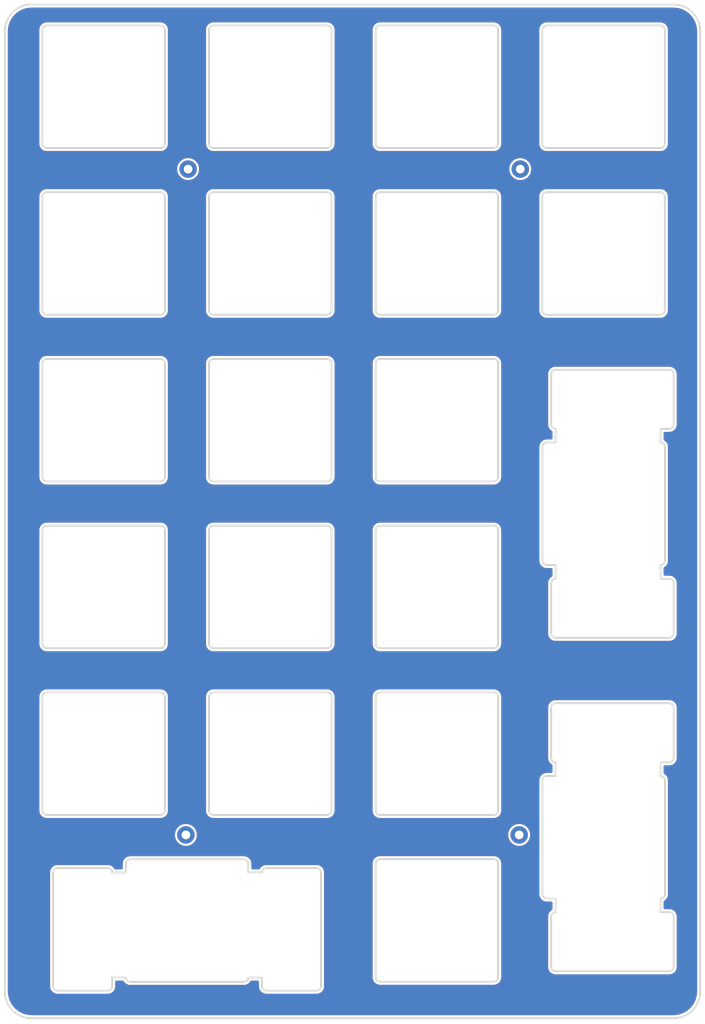
<source format=kicad_pcb>
(kicad_pcb (version 20171130) (host pcbnew "(5.1.6)-1")
  (layers (0 F.Cu signal) (31 B.Cu signal) (34 B.Paste user) (35 F.Paste user) (36 B.SilkS user) (37 F.SilkS user) (38 B.Mask user) (39 F.Mask user) (44 Edge.Cuts user))
  (net 0 "")
  (module custom_parts:screw_hole2 (layer F.Cu) (at 71.628 139.827)
    (fp_text reference REF**)
    (fp_text value screw_hole2)
    (pad 1 thru_hole circle (at 0 0) (size 2 2) (drill 1) (layers *.Cu *.Mask))
  )
  (module custom_parts:screw_hole2 (layer F.Cu) (at 109.728 139.827)
    (fp_text reference REF**)
    (fp_text value screw_hole2)
    (pad 1 thru_hole circle (at 0 0) (size 2 2) (drill 1) (layers *.Cu *.Mask))
  )
  (module custom_parts:screw_hole2 (layer F.Cu) (at 109.855 63.754)
    (fp_text reference REF**)
    (fp_text value screw_hole2)
    (pad 1 thru_hole circle (at 0 0) (size 2 2) (drill 1) (layers *.Cu *.Mask))
  )
  (module custom_parts:screw_hole2 (layer F.Cu) (at 71.882 63.754)
    (fp_text reference REF**)
    (fp_text value screw_hole2)
    (pad 1 thru_hole circle (at 0 0) (size 2 2) (drill 1) (layers *.Cu *.Mask))
  )
  (gr_line (start 56.451919 144.11884) (end 56.451919 157.11884) (layer Edge.Cuts) (width 0.2))
  (gr_arc (start 56.951919 144.11884) (end 56.951919 143.61884) (angle -90) (layer Edge.Cuts) (width 0.2))
  (gr_arc (start 56.951919 157.11884) (end 56.451919 157.11884) (angle -90) (layer Edge.Cuts) (width 0.2))
  (gr_line (start 87.07792 144.11884) (end 87.07792 157.11884) (layer Edge.Cuts) (width 0.2))
  (gr_line (start 56.951919 157.61884) (end 62.70244 157.61884) (layer Edge.Cuts) (width 0.2))
  (gr_arc (start 80.82792 144.11884) (end 80.82792 143.61884) (angle -90) (layer Edge.Cuts) (width 0.2))
  (gr_line (start 80.82792 157.61884) (end 86.57792 157.61884) (layer Edge.Cuts) (width 0.2))
  (gr_line (start 80.82792 143.61884) (end 86.57792 143.61884) (layer Edge.Cuts) (width 0.2))
  (gr_arc (start 86.57792 144.11884) (end 87.07792 144.11884) (angle -90) (layer Edge.Cuts) (width 0.2))
  (gr_arc (start 62.70192 144.11884) (end 63.20192 144.11884) (angle -90) (layer Edge.Cuts) (width 0.2))
  (gr_arc (start 80.82792 157.11884) (end 80.32792 157.11884) (angle -90) (layer Edge.Cuts) (width 0.2))
  (gr_arc (start 62.70192 157.11884) (end 62.70192 157.61884) (angle -90) (layer Edge.Cuts) (width 0.2))
  (gr_line (start 56.951919 143.61884) (end 62.70192 143.61884) (layer Edge.Cuts) (width 0.2))
  (gr_arc (start 86.57792 157.11884) (end 86.57792 157.61884) (angle -90) (layer Edge.Cuts) (width 0.2))
  (gr_arc (start 65.26248 143.11592) (end 65.26248 142.61592) (angle -90) (layer Edge.Cuts) (width 0.2))
  (gr_line (start 64.75984 144.1196) (end 64.76248 143.11592) (layer Edge.Cuts) (width 0.2))
  (gr_line (start 63.20192 144.11884) (end 64.75984 144.1196) (layer Edge.Cuts) (width 0.2))
  (gr_line (start 78.26248 142.61592) (end 65.26248 142.61592) (layer Edge.Cuts) (width 0.2))
  (gr_line (start 80.32792 144.11884) (end 78.76032 144.11452) (layer Edge.Cuts) (width 0.2))
  (gr_line (start 78.26248 156.61592) (end 65.26248 156.61592) (layer Edge.Cuts) (width 0.2))
  (gr_line (start 80.32496 156.11856) (end 80.32792 157.11884) (layer Edge.Cuts) (width 0.2))
  (gr_line (start 78.76248 156.11592) (end 80.32496 156.11856) (layer Edge.Cuts) (width 0.2))
  (gr_arc (start 78.26248 156.11592) (end 78.26248 156.61592) (angle -90) (layer Edge.Cuts) (width 0.2))
  (gr_arc (start 78.26248 143.11592) (end 78.76248 143.11592) (angle -90) (layer Edge.Cuts) (width 0.2))
  (gr_line (start 78.76248 143.11592) (end 78.76032 144.11452) (layer Edge.Cuts) (width 0.2))
  (gr_line (start 63.20028 156.11856) (end 63.20192 157.11884) (layer Edge.Cuts) (width 0.2))
  (gr_line (start 64.76248 156.11592) (end 63.20028 156.11856) (layer Edge.Cuts) (width 0.2))
  (gr_arc (start 65.26248 156.11592) (end 64.76248 156.11592) (angle -90) (layer Edge.Cuts) (width 0.2))
  (gr_line (start 113.8936 147.09648) (end 112.88992 147.09384) (layer Edge.Cuts) (width 0.2))
  (gr_line (start 125.89256 148.65604) (end 126.88992 148.656839) (layer Edge.Cuts) (width 0.2))
  (gr_line (start 125.88992 147.09384) (end 125.89256 148.65604) (layer Edge.Cuts) (width 0.2))
  (gr_line (start 113.88992 148.65684) (end 113.8936 147.09648) (layer Edge.Cuts) (width 0.2))
  (gr_line (start 113.88992 131.53084) (end 113.88852 133.096) (layer Edge.Cuts) (width 0.2))
  (gr_line (start 125.88992 133.09384) (end 125.89256 131.53136) (layer Edge.Cuts) (width 0.2))
  (gr_line (start 112.88992 133.09384) (end 113.88852 133.096) (layer Edge.Cuts) (width 0.2))
  (gr_line (start 125.89256 131.53136) (end 126.88992 131.530839) (layer Edge.Cuts) (width 0.2))
  (gr_line (start 112.38992 133.59384) (end 112.38992 146.59384) (layer Edge.Cuts) (width 0.2))
  (gr_arc (start 125.88992 146.59384) (end 125.88992 147.09384) (angle -90) (layer Edge.Cuts) (width 0.2))
  (gr_arc (start 112.88992 146.59384) (end 112.38992 146.59384) (angle -90) (layer Edge.Cuts) (width 0.2))
  (gr_arc (start 112.88992 133.59384) (end 112.88992 133.09384) (angle -90) (layer Edge.Cuts) (width 0.2))
  (gr_line (start 126.38992 133.59384) (end 126.38992 146.59384) (layer Edge.Cuts) (width 0.2))
  (gr_arc (start 125.88992 133.59384) (end 126.38992 133.59384) (angle -90) (layer Edge.Cuts) (width 0.2))
  (gr_line (start 125.89256 110.55604) (end 126.88992 110.556839) (layer Edge.Cuts) (width 0.2))
  (gr_line (start 125.88992 108.99384) (end 125.89256 110.55604) (layer Edge.Cuts) (width 0.2))
  (gr_line (start 113.8936 108.99648) (end 112.88992 108.99384) (layer Edge.Cuts) (width 0.2))
  (gr_line (start 113.88992 110.556839) (end 113.8936 108.99648) (layer Edge.Cuts) (width 0.2))
  (gr_line (start 125.89256 93.43136) (end 126.88992 93.430839) (layer Edge.Cuts) (width 0.2))
  (gr_line (start 125.88992 94.99384) (end 125.89256 93.43136) (layer Edge.Cuts) (width 0.2))
  (gr_line (start 112.88992 94.99384) (end 113.88852 94.996) (layer Edge.Cuts) (width 0.2))
  (gr_line (start 113.88992 93.430839) (end 113.88852 94.996) (layer Edge.Cuts) (width 0.2))
  (gr_arc (start 126.88992 154.90684) (end 126.88992 155.40684) (angle -90) (layer Edge.Cuts) (width 0.2))
  (gr_arc (start 113.88992 154.90684) (end 113.38992 154.90684) (angle -90) (layer Edge.Cuts) (width 0.2))
  (gr_line (start 113.88992 155.40684) (end 126.88992 155.40684) (layer Edge.Cuts) (width 0.2))
  (gr_arc (start 113.88992 149.15684) (end 113.88992 148.65684) (angle -90) (layer Edge.Cuts) (width 0.2))
  (gr_line (start 127.38992 154.90684) (end 127.38992 149.15684) (layer Edge.Cuts) (width 0.2))
  (gr_line (start 113.38992 154.90684) (end 113.38992 149.15684) (layer Edge.Cuts) (width 0.2))
  (gr_arc (start 126.88992 125.28084) (end 127.38992 125.28084) (angle -90) (layer Edge.Cuts) (width 0.2))
  (gr_arc (start 126.88992 149.15684) (end 127.38992 149.15684) (angle -90) (layer Edge.Cuts) (width 0.2))
  (gr_arc (start 126.88992 131.03084) (end 126.88992 131.53084) (angle -90) (layer Edge.Cuts) (width 0.2))
  (gr_arc (start 113.88992 125.28084) (end 113.88992 124.78084) (angle -90) (layer Edge.Cuts) (width 0.2))
  (gr_arc (start 113.88992 131.03084) (end 113.38992 131.03084) (angle -90) (layer Edge.Cuts) (width 0.2))
  (gr_line (start 113.88992 124.78084) (end 126.88992 124.78084) (layer Edge.Cuts) (width 0.2))
  (gr_line (start 127.38992 131.03084) (end 127.38992 125.28084) (layer Edge.Cuts) (width 0.2))
  (gr_line (start 113.38992 131.03084) (end 113.38992 125.28084) (layer Edge.Cuts) (width 0.2))
  (gr_arc (start 112.88992 95.49384) (end 112.88992 94.99384) (angle -90) (layer Edge.Cuts) (width 0.2))
  (gr_line (start 126.38992 95.49384) (end 126.38992 108.49384) (layer Edge.Cuts) (width 0.2))
  (gr_arc (start 112.88992 108.49384) (end 112.38992 108.49384) (angle -90) (layer Edge.Cuts) (width 0.2))
  (gr_line (start 113.88992 117.30684) (end 126.88992 117.30684) (layer Edge.Cuts) (width 0.2))
  (gr_arc (start 113.88992 92.930839) (end 113.38992 92.930839) (angle -90) (layer Edge.Cuts) (width 0.2))
  (gr_line (start 127.38992 116.80684) (end 127.38992 111.056839) (layer Edge.Cuts) (width 0.2))
  (gr_arc (start 113.88992 87.180839) (end 113.88992 86.680839) (angle -90) (layer Edge.Cuts) (width 0.2))
  (gr_line (start 127.38992 92.930839) (end 127.38992 87.180839) (layer Edge.Cuts) (width 0.2))
  (gr_line (start 113.88992 86.680839) (end 126.88992 86.680839) (layer Edge.Cuts) (width 0.2))
  (gr_line (start 113.38992 92.930839) (end 113.38992 87.180839) (layer Edge.Cuts) (width 0.2))
  (gr_arc (start 125.88992 95.49384) (end 126.38992 95.49384) (angle -90) (layer Edge.Cuts) (width 0.2))
  (gr_line (start 113.38992 116.80684) (end 113.38992 111.056839) (layer Edge.Cuts) (width 0.2))
  (gr_arc (start 125.88992 108.49384) (end 125.88992 108.99384) (angle -90) (layer Edge.Cuts) (width 0.2))
  (gr_arc (start 126.88992 92.930839) (end 126.88992 93.430839) (angle -90) (layer Edge.Cuts) (width 0.2))
  (gr_arc (start 126.88992 111.056839) (end 127.38992 111.056839) (angle -90) (layer Edge.Cuts) (width 0.2))
  (gr_arc (start 126.88992 116.80684) (end 126.88992 117.30684) (angle -90) (layer Edge.Cuts) (width 0.2))
  (gr_arc (start 113.88992 111.056839) (end 113.88992 110.556839) (angle -90) (layer Edge.Cuts) (width 0.2))
  (gr_line (start 112.38992 95.49384) (end 112.38992 108.49384) (layer Edge.Cuts) (width 0.2))
  (gr_arc (start 113.88992 116.80684) (end 113.38992 116.80684) (angle -90) (layer Edge.Cuts) (width 0.2))
  (gr_arc (start 126.88992 87.180839) (end 127.38992 87.180839) (angle -90) (layer Edge.Cuts) (width 0.2))
  (gr_line (start 50.92192 47.99584) (end 50.92192 157.72384) (layer Edge.Cuts) (width 0.2))
  (gr_arc (start 106.82492 85.94584) (end 107.32492 85.94584) (angle -90) (layer Edge.Cuts) (width 0.2))
  (gr_line (start 93.82492 85.44584) (end 106.82492 85.44584) (layer Edge.Cuts) (width 0.2))
  (gr_line (start 107.32492 85.94584) (end 107.32492 98.94584) (layer Edge.Cuts) (width 0.2))
  (gr_arc (start 93.82492 98.94584) (end 93.32492 98.94584) (angle -90) (layer Edge.Cuts) (width 0.2))
  (gr_arc (start 87.77492 85.94584) (end 88.27492 85.94584) (angle -90) (layer Edge.Cuts) (width 0.2))
  (gr_line (start 74.77492 99.44584) (end 87.77492 99.44584) (layer Edge.Cuts) (width 0.2))
  (gr_arc (start 93.82492 85.94584) (end 93.82492 85.44584) (angle -90) (layer Edge.Cuts) (width 0.2))
  (gr_arc (start 74.77492 85.94584) (end 74.77492 85.44584) (angle -90) (layer Edge.Cuts) (width 0.2))
  (gr_line (start 93.32492 85.94584) (end 93.32492 98.94584) (layer Edge.Cuts) (width 0.2))
  (gr_line (start 93.82492 99.44584) (end 106.82492 99.44584) (layer Edge.Cuts) (width 0.2))
  (gr_arc (start 87.77492 98.94584) (end 87.77492 99.44584) (angle -90) (layer Edge.Cuts) (width 0.2))
  (gr_line (start 88.27492 85.94584) (end 88.27492 98.94584) (layer Edge.Cuts) (width 0.2))
  (gr_arc (start 55.72492 98.94584) (end 55.22492 98.94584) (angle -90) (layer Edge.Cuts) (width 0.2))
  (gr_line (start 55.22492 85.94584) (end 55.22492 98.94584) (layer Edge.Cuts) (width 0.2))
  (gr_line (start 55.72492 85.44584) (end 68.724919 85.44584) (layer Edge.Cuts) (width 0.2))
  (gr_line (start 55.72492 99.44584) (end 68.724919 99.44584) (layer Edge.Cuts) (width 0.2))
  (gr_line (start 69.224919 85.94584) (end 69.224919 98.94584) (layer Edge.Cuts) (width 0.2))
  (gr_arc (start 74.77492 98.94584) (end 74.27492 98.94584) (angle -90) (layer Edge.Cuts) (width 0.2))
  (gr_arc (start 68.724919 98.94584) (end 68.724919 99.44584) (angle -90) (layer Edge.Cuts) (width 0.2))
  (gr_line (start 74.27492 85.94584) (end 74.27492 98.94584) (layer Edge.Cuts) (width 0.2))
  (gr_line (start 74.77492 85.44584) (end 87.77492 85.44584) (layer Edge.Cuts) (width 0.2))
  (gr_arc (start 55.72492 85.94584) (end 55.72492 85.44584) (angle -90) (layer Edge.Cuts) (width 0.2))
  (gr_arc (start 68.724919 85.94584) (end 69.224919 85.94584) (angle -90) (layer Edge.Cuts) (width 0.2))
  (gr_arc (start 87.77492 117.99584) (end 87.77492 118.49584) (angle -90) (layer Edge.Cuts) (width 0.2))
  (gr_line (start 88.27492 104.99584) (end 88.27492 117.99584) (layer Edge.Cuts) (width 0.2))
  (gr_line (start 74.77492 118.49584) (end 87.77492 118.49584) (layer Edge.Cuts) (width 0.2))
  (gr_arc (start 55.72492 104.99584) (end 55.72492 104.49584) (angle -90) (layer Edge.Cuts) (width 0.2))
  (gr_arc (start 68.724919 117.99584) (end 68.724919 118.49584) (angle -90) (layer Edge.Cuts) (width 0.2))
  (gr_line (start 55.72492 104.49584) (end 68.724919 104.49584) (layer Edge.Cuts) (width 0.2))
  (gr_arc (start 87.77492 104.99584) (end 88.27492 104.99584) (angle -90) (layer Edge.Cuts) (width 0.2))
  (gr_line (start 55.22492 104.99584) (end 55.22492 117.99584) (layer Edge.Cuts) (width 0.2))
  (gr_arc (start 93.82492 104.99584) (end 93.82492 104.49584) (angle -90) (layer Edge.Cuts) (width 0.2))
  (gr_line (start 107.32492 104.99584) (end 107.32492 117.99584) (layer Edge.Cuts) (width 0.2))
  (gr_line (start 55.72492 118.49584) (end 68.724919 118.49584) (layer Edge.Cuts) (width 0.2))
  (gr_line (start 93.32492 104.99584) (end 93.32492 117.99584) (layer Edge.Cuts) (width 0.2))
  (gr_line (start 93.82492 118.49584) (end 106.82492 118.49584) (layer Edge.Cuts) (width 0.2))
  (gr_arc (start 74.77492 104.99584) (end 74.77492 104.49584) (angle -90) (layer Edge.Cuts) (width 0.2))
  (gr_arc (start 55.72492 117.99584) (end 55.22492 117.99584) (angle -90) (layer Edge.Cuts) (width 0.2))
  (gr_arc (start 74.77492 117.99584) (end 74.27492 117.99584) (angle -90) (layer Edge.Cuts) (width 0.2))
  (gr_line (start 69.224919 104.99584) (end 69.224919 117.99584) (layer Edge.Cuts) (width 0.2))
  (gr_line (start 74.27492 104.99584) (end 74.27492 117.99584) (layer Edge.Cuts) (width 0.2))
  (gr_line (start 74.77492 104.49584) (end 87.77492 104.49584) (layer Edge.Cuts) (width 0.2))
  (gr_arc (start 68.724919 104.99584) (end 69.224919 104.99584) (angle -90) (layer Edge.Cuts) (width 0.2))
  (gr_line (start 93.82492 104.49584) (end 106.82492 104.49584) (layer Edge.Cuts) (width 0.2))
  (gr_arc (start 106.82492 137.04584) (end 106.82492 137.54584) (angle -90) (layer Edge.Cuts) (width 0.2))
  (gr_arc (start 106.82492 124.04584) (end 107.32492 124.04584) (angle -90) (layer Edge.Cuts) (width 0.2))
  (gr_arc (start 93.82492 137.04584) (end 93.32492 137.04584) (angle -90) (layer Edge.Cuts) (width 0.2))
  (gr_arc (start 93.82492 124.04584) (end 93.82492 123.54584) (angle -90) (layer Edge.Cuts) (width 0.2))
  (gr_line (start 88.27492 124.04584) (end 88.27492 137.04584) (layer Edge.Cuts) (width 0.2))
  (gr_line (start 74.77492 137.54584) (end 87.77492 137.54584) (layer Edge.Cuts) (width 0.2))
  (gr_line (start 55.72492 137.54584) (end 68.724919 137.54584) (layer Edge.Cuts) (width 0.2))
  (gr_arc (start 106.82492 104.99584) (end 107.32492 104.99584) (angle -90) (layer Edge.Cuts) (width 0.2))
  (gr_line (start 93.82492 123.54584) (end 106.82492 123.54584) (layer Edge.Cuts) (width 0.2))
  (gr_arc (start 68.724919 137.04584) (end 68.724919 137.54584) (angle -90) (layer Edge.Cuts) (width 0.2))
  (gr_arc (start 74.77492 137.04584) (end 74.27492 137.04584) (angle -90) (layer Edge.Cuts) (width 0.2))
  (gr_arc (start 87.77492 124.04584) (end 88.27492 124.04584) (angle -90) (layer Edge.Cuts) (width 0.2))
  (gr_arc (start 55.72492 124.04584) (end 55.72492 123.54584) (angle -90) (layer Edge.Cuts) (width 0.2))
  (gr_arc (start 68.724919 124.04584) (end 69.224919 124.04584) (angle -90) (layer Edge.Cuts) (width 0.2))
  (gr_line (start 55.22492 124.04584) (end 55.22492 137.04584) (layer Edge.Cuts) (width 0.2))
  (gr_line (start 55.72492 123.54584) (end 68.724919 123.54584) (layer Edge.Cuts) (width 0.2))
  (gr_arc (start 93.82492 117.99584) (end 93.32492 117.99584) (angle -90) (layer Edge.Cuts) (width 0.2))
  (gr_arc (start 106.82492 117.99584) (end 106.82492 118.49584) (angle -90) (layer Edge.Cuts) (width 0.2))
  (gr_line (start 74.77492 123.54584) (end 87.77492 123.54584) (layer Edge.Cuts) (width 0.2))
  (gr_line (start 107.32492 124.04584) (end 107.32492 137.04584) (layer Edge.Cuts) (width 0.2))
  (gr_line (start 93.82492 137.54584) (end 106.82492 137.54584) (layer Edge.Cuts) (width 0.2))
  (gr_line (start 93.32492 124.04584) (end 93.32492 137.04584) (layer Edge.Cuts) (width 0.2))
  (gr_line (start 74.27492 124.04584) (end 74.27492 137.04584) (layer Edge.Cuts) (width 0.2))
  (gr_arc (start 55.72492 137.04584) (end 55.22492 137.04584) (angle -90) (layer Edge.Cuts) (width 0.2))
  (gr_arc (start 87.77492 137.04584) (end 87.77492 137.54584) (angle -90) (layer Edge.Cuts) (width 0.2))
  (gr_line (start 69.224919 124.04584) (end 69.224919 137.04584) (layer Edge.Cuts) (width 0.2))
  (gr_arc (start 74.77492 124.04584) (end 74.77492 123.54584) (angle -90) (layer Edge.Cuts) (width 0.2))
  (gr_arc (start 106.82492 98.94584) (end 106.82492 99.44584) (angle -90) (layer Edge.Cuts) (width 0.2))
  (gr_line (start 55.22492 47.84584) (end 55.22492 60.845839) (layer Edge.Cuts) (width 0.2))
  (gr_line (start 88.27492 47.84584) (end 88.27492 60.845839) (layer Edge.Cuts) (width 0.2))
  (gr_line (start 55.72492 61.345839) (end 68.724919 61.345839) (layer Edge.Cuts) (width 0.2))
  (gr_arc (start 55.72492 47.84584) (end 55.72492 47.34584) (angle -90) (layer Edge.Cuts) (width 0.2))
  (gr_line (start 93.82492 61.345839) (end 106.82492 61.345839) (layer Edge.Cuts) (width 0.2))
  (gr_arc (start 87.77492 60.845839) (end 87.77492 61.345839) (angle -90) (layer Edge.Cuts) (width 0.2))
  (gr_arc (start 74.77492 60.845839) (end 74.27492 60.845839) (angle -90) (layer Edge.Cuts) (width 0.2))
  (gr_arc (start 87.77492 47.84584) (end 88.27492 47.84584) (angle -90) (layer Edge.Cuts) (width 0.2))
  (gr_line (start 69.224919 47.84584) (end 69.224919 60.845839) (layer Edge.Cuts) (width 0.2))
  (gr_arc (start 68.724919 60.845839) (end 68.724919 61.345839) (angle -90) (layer Edge.Cuts) (width 0.2))
  (gr_arc (start 74.77492 47.84584) (end 74.77492 47.34584) (angle -90) (layer Edge.Cuts) (width 0.2))
  (gr_line (start 74.27492 47.84584) (end 74.27492 60.845839) (layer Edge.Cuts) (width 0.2))
  (gr_line (start 55.72492 47.34584) (end 68.724919 47.34584) (layer Edge.Cuts) (width 0.2))
  (gr_arc (start 68.724919 47.84584) (end 69.224919 47.84584) (angle -90) (layer Edge.Cuts) (width 0.2))
  (gr_line (start 74.77492 61.345839) (end 87.77492 61.345839) (layer Edge.Cuts) (width 0.2))
  (gr_line (start 93.82492 47.34584) (end 106.82492 47.34584) (layer Edge.Cuts) (width 0.2))
  (gr_line (start 74.77492 47.34584) (end 87.77492 47.34584) (layer Edge.Cuts) (width 0.2))
  (gr_arc (start 55.72492 60.845839) (end 55.22492 60.845839) (angle -90) (layer Edge.Cuts) (width 0.2))
  (gr_arc (start 106.82492 66.89584) (end 107.32492 66.89584) (angle -90) (layer Edge.Cuts) (width 0.2))
  (gr_line (start 88.27492 66.89584) (end 88.27492 79.89584) (layer Edge.Cuts) (width 0.2))
  (gr_line (start 112.87492 66.39584) (end 125.87492 66.39584) (layer Edge.Cuts) (width 0.2))
  (gr_arc (start 93.82492 79.89584) (end 93.32492 79.89584) (angle -90) (layer Edge.Cuts) (width 0.2))
  (gr_arc (start 93.82492 66.89584) (end 93.82492 66.39584) (angle -90) (layer Edge.Cuts) (width 0.2))
  (gr_arc (start 74.77492 66.89584) (end 74.77492 66.39584) (angle -90) (layer Edge.Cuts) (width 0.2))
  (gr_line (start 107.32492 66.89584) (end 107.32492 79.89584) (layer Edge.Cuts) (width 0.2))
  (gr_line (start 74.27492 66.89584) (end 74.27492 79.89584) (layer Edge.Cuts) (width 0.2))
  (gr_arc (start 106.82492 79.89584) (end 106.82492 80.39584) (angle -90) (layer Edge.Cuts) (width 0.2))
  (gr_line (start 93.82492 80.39584) (end 106.82492 80.39584) (layer Edge.Cuts) (width 0.2))
  (gr_arc (start 112.87492 79.89584) (end 112.37492 79.89584) (angle -90) (layer Edge.Cuts) (width 0.2))
  (gr_arc (start 112.87492 66.89584) (end 112.87492 66.39584) (angle -90) (layer Edge.Cuts) (width 0.2))
  (gr_line (start 93.32492 66.89584) (end 93.32492 79.89584) (layer Edge.Cuts) (width 0.2))
  (gr_line (start 74.77492 80.39584) (end 87.77492 80.39584) (layer Edge.Cuts) (width 0.2))
  (gr_line (start 93.82492 66.39584) (end 106.82492 66.39584) (layer Edge.Cuts) (width 0.2))
  (gr_arc (start 87.77492 66.89584) (end 88.27492 66.89584) (angle -90) (layer Edge.Cuts) (width 0.2))
  (gr_arc (start 87.77492 79.89584) (end 87.77492 80.39584) (angle -90) (layer Edge.Cuts) (width 0.2))
  (gr_arc (start 125.87492 79.89584) (end 125.87492 80.39584) (angle -90) (layer Edge.Cuts) (width 0.2))
  (gr_arc (start 74.77492 79.89584) (end 74.27492 79.89584) (angle -90) (layer Edge.Cuts) (width 0.2))
  (gr_arc (start 125.87492 66.89584) (end 126.37492 66.89584) (angle -90) (layer Edge.Cuts) (width 0.2))
  (gr_line (start 126.37492 66.89584) (end 126.37492 79.89584) (layer Edge.Cuts) (width 0.2))
  (gr_line (start 112.37492 66.89584) (end 112.37492 79.89584) (layer Edge.Cuts) (width 0.2))
  (gr_line (start 112.87492 80.39584) (end 125.87492 80.39584) (layer Edge.Cuts) (width 0.2))
  (gr_line (start 69.224919 66.89584) (end 69.224919 79.89584) (layer Edge.Cuts) (width 0.2))
  (gr_arc (start 112.87492 60.845839) (end 112.37492 60.845839) (angle -90) (layer Edge.Cuts) (width 0.2))
  (gr_line (start 93.32492 47.84584) (end 93.32492 60.845839) (layer Edge.Cuts) (width 0.2))
  (gr_line (start 112.87492 61.345839) (end 125.87492 61.345839) (layer Edge.Cuts) (width 0.2))
  (gr_arc (start 55.72492 79.89584) (end 55.22492 79.89584) (angle -90) (layer Edge.Cuts) (width 0.2))
  (gr_arc (start 125.87492 47.84584) (end 126.37492 47.84584) (angle -90) (layer Edge.Cuts) (width 0.2))
  (gr_arc (start 106.82492 60.845839) (end 106.82492 61.345839) (angle -90) (layer Edge.Cuts) (width 0.2))
  (gr_line (start 55.22492 66.89584) (end 55.22492 79.89584) (layer Edge.Cuts) (width 0.2))
  (gr_arc (start 93.82492 60.845839) (end 93.32492 60.845839) (angle -90) (layer Edge.Cuts) (width 0.2))
  (gr_line (start 55.72492 80.39584) (end 68.724919 80.39584) (layer Edge.Cuts) (width 0.2))
  (gr_line (start 126.37492 47.84584) (end 126.37492 60.845839) (layer Edge.Cuts) (width 0.2))
  (gr_arc (start 106.82492 47.84584) (end 107.32492 47.84584) (angle -90) (layer Edge.Cuts) (width 0.2))
  (gr_line (start 55.72492 66.39584) (end 68.724919 66.39584) (layer Edge.Cuts) (width 0.2))
  (gr_arc (start 125.87492 60.845839) (end 125.87492 61.345839) (angle -90) (layer Edge.Cuts) (width 0.2))
  (gr_arc (start 112.87492 47.84584) (end 112.87492 47.34584) (angle -90) (layer Edge.Cuts) (width 0.2))
  (gr_line (start 107.32492 47.84584) (end 107.32492 60.845839) (layer Edge.Cuts) (width 0.2))
  (gr_line (start 74.77492 66.39584) (end 87.77492 66.39584) (layer Edge.Cuts) (width 0.2))
  (gr_line (start 112.37492 47.84584) (end 112.37492 60.845839) (layer Edge.Cuts) (width 0.2))
  (gr_arc (start 68.724919 79.89584) (end 68.724919 80.39584) (angle -90) (layer Edge.Cuts) (width 0.2))
  (gr_arc (start 68.724919 66.89584) (end 69.224919 66.89584) (angle -90) (layer Edge.Cuts) (width 0.2))
  (gr_arc (start 93.82492 47.84584) (end 93.82492 47.34584) (angle -90) (layer Edge.Cuts) (width 0.2))
  (gr_line (start 112.87492 47.34584) (end 125.87492 47.34584) (layer Edge.Cuts) (width 0.2))
  (gr_arc (start 55.72492 66.89584) (end 55.72492 66.39584) (angle -90) (layer Edge.Cuts) (width 0.2))
  (gr_arc (start 93.82492 156.09584) (end 93.32492 156.09584) (angle -90) (layer Edge.Cuts) (width 0.2))
  (gr_line (start 107.32492 143.09584) (end 107.32492 156.09584) (layer Edge.Cuts) (width 0.2))
  (gr_arc (start 106.82492 156.09584) (end 106.82492 156.59584) (angle -90) (layer Edge.Cuts) (width 0.2))
  (gr_line (start 93.82492 156.59584) (end 106.82492 156.59584) (layer Edge.Cuts) (width 0.2))
  (gr_line (start 93.82492 142.59584) (end 106.82492 142.59584) (layer Edge.Cuts) (width 0.2))
  (gr_arc (start 93.82492 143.09584) (end 93.82492 142.59584) (angle -90) (layer Edge.Cuts) (width 0.2))
  (gr_arc (start 106.82492 143.09584) (end 107.32492 143.09584) (angle -90) (layer Edge.Cuts) (width 0.2))
  (gr_line (start 93.32492 143.09584) (end 93.32492 156.09584) (layer Edge.Cuts) (width 0.2))
  (gr_arc (start 53.96992 157.72384) (end 50.92192 157.72384) (angle -90) (layer Edge.Cuts) (width 0.2))
  (gr_arc (start 127.37592 157.72384) (end 127.37592 160.77184) (angle -90) (layer Edge.Cuts) (width 0.2))
  (gr_arc (start 127.37592 47.99584) (end 130.42392 47.99584) (angle -90) (layer Edge.Cuts) (width 0.2))
  (gr_arc (start 53.96992 47.99584) (end 53.96992 44.94784) (angle -90) (layer Edge.Cuts) (width 0.2))
  (gr_line (start 127.37592 160.77184) (end 53.96992 160.77184) (layer Edge.Cuts) (width 0.2))
  (gr_line (start 130.42392 47.99584) (end 130.42392 157.72384) (layer Edge.Cuts) (width 0.2))
  (gr_line (start 53.96992 44.94784) (end 127.37592 44.94784) (layer Edge.Cuts) (width 0.2))
  (zone (net 0) (net_name "") (layer F.Cu) (connect_pads (clearance 0.25)) (min_thickness 0.254) (fill yes (arc_segments 32) (thermal_gap 0.508) (thermal_bridge_width 0.508))
    (polygon (pts (xy 130.7084 160.99536) (xy 50.6476 160.99536) (xy 50.4698 44.69892) (xy 130.53568 44.52112)))
  )
  (zone (net 0) (net_name "") (layer B.Cu) (connect_pads (clearance 0.25)) (min_thickness 0.254) (fill yes (arc_segments 32) (thermal_gap 0.508) (thermal_bridge_width 0.508))
    (polygon (pts (xy 130.97256 161.0868) (xy 50.55616 161.43732) (xy 50.37836 44.43476) (xy 130.79476 44.43476)))
  )
)
</source>
